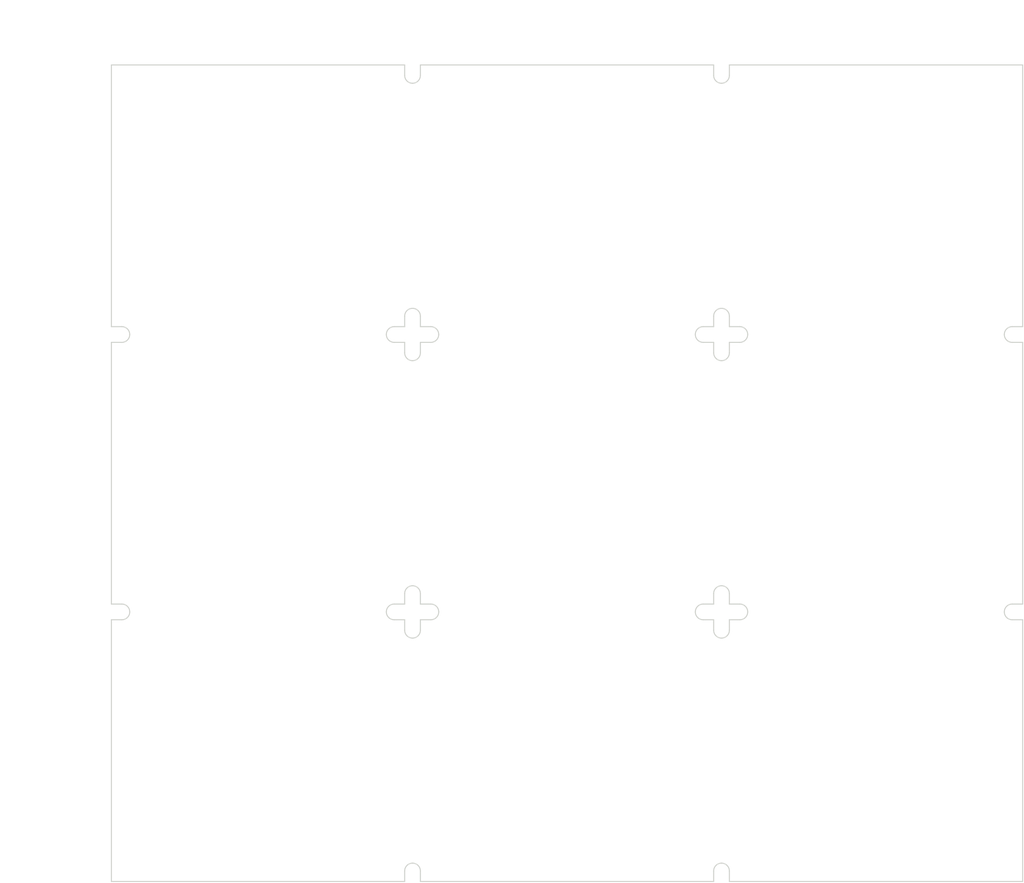
<source format=kicad_pcb>
(kicad_pcb (version 4) (host pcbnew 4.0.7+dfsg1-1)

  (general
    (links 0)
    (no_connects 0)
    (area 39.150001 44.3 137.050001 128.050001)
    (thickness 1.6)
    (drawings 110)
    (tracks 0)
    (zones 0)
    (modules 0)
    (nets 1)
  )

  (page A4)
  (layers
    (0 F.Cu signal)
    (31 B.Cu signal)
    (32 B.Adhes user)
    (33 F.Adhes user)
    (34 B.Paste user)
    (35 F.Paste user)
    (36 B.SilkS user)
    (37 F.SilkS user)
    (38 B.Mask user)
    (39 F.Mask user)
    (40 Dwgs.User user)
    (41 Cmts.User user)
    (42 Eco1.User user)
    (43 Eco2.User user)
    (44 Edge.Cuts user)
    (45 Margin user)
    (46 B.CrtYd user)
    (47 F.CrtYd user)
    (48 B.Fab user)
    (49 F.Fab user)
  )

  (setup
    (last_trace_width 0.25)
    (trace_clearance 0.2)
    (zone_clearance 0.3)
    (zone_45_only no)
    (trace_min 0.2)
    (segment_width 0.2)
    (edge_width 0.1)
    (via_size 0.6)
    (via_drill 0.4)
    (via_min_size 0.4)
    (via_min_drill 0.3)
    (uvia_size 0.3)
    (uvia_drill 0.1)
    (uvias_allowed no)
    (uvia_min_size 0.2)
    (uvia_min_drill 0.1)
    (pcb_text_width 0.3)
    (pcb_text_size 1.5 1.5)
    (mod_edge_width 0.15)
    (mod_text_size 1 1)
    (mod_text_width 0.15)
    (pad_size 4.5 1.9)
    (pad_drill 0.9)
    (pad_to_mask_clearance 0)
    (aux_axis_origin 0 0)
    (visible_elements FFFFFF7F)
    (pcbplotparams
      (layerselection 0x010f0_80000001)
      (usegerberextensions false)
      (excludeedgelayer true)
      (linewidth 0.100000)
      (plotframeref false)
      (viasonmask false)
      (mode 1)
      (useauxorigin false)
      (hpglpennumber 1)
      (hpglpenspeed 20)
      (hpglpendiameter 15)
      (hpglpenoverlay 2)
      (psnegative false)
      (psa4output false)
      (plotreference true)
      (plotvalue true)
      (plotinvisibletext false)
      (padsonsilk false)
      (subtractmaskfromsilk false)
      (outputformat 1)
      (mirror false)
      (drillshape 0)
      (scaleselection 1)
      (outputdirectory production))
  )

  (net 0 "")

  (net_class Default "This is the default net class."
    (clearance 0.2)
    (trace_width 0.25)
    (via_dia 0.6)
    (via_drill 0.4)
    (uvia_dia 0.3)
    (uvia_drill 0.1)
  )

  (dimension 87 (width 0.3) (layer Cmts.User)
    (gr_text "87.000 mm" (at 93.5 45.65) (layer Cmts.User)
      (effects (font (size 1.5 1.5) (thickness 0.3)))
    )
    (feature1 (pts (xy 137 50) (xy 137 44.3)))
    (feature2 (pts (xy 50 50) (xy 50 44.3)))
    (crossbar (pts (xy 50 47) (xy 137 47)))
    (arrow1a (pts (xy 137 47) (xy 135.873496 47.586421)))
    (arrow1b (pts (xy 137 47) (xy 135.873496 46.413579)))
    (arrow2a (pts (xy 50 47) (xy 51.126504 47.586421)))
    (arrow2b (pts (xy 50 47) (xy 51.126504 46.413579)))
  )
  (dimension 78 (width 0.3) (layer Cmts.User)
    (gr_text "78.000 mm" (at 45.65 89 90) (layer Cmts.User)
      (effects (font (size 1.5 1.5) (thickness 0.3)))
    )
    (feature1 (pts (xy 50 50) (xy 44.3 50)))
    (feature2 (pts (xy 50 128) (xy 44.3 128)))
    (crossbar (pts (xy 47 128) (xy 47 50)))
    (arrow1a (pts (xy 47 50) (xy 47.586421 51.126504)))
    (arrow1b (pts (xy 47 50) (xy 46.413579 51.126504)))
    (arrow2a (pts (xy 47 128) (xy 47.586421 126.873496)))
    (arrow2b (pts (xy 47 128) (xy 46.413579 126.873496)))
  )
  (gr_line (start 137 128) (end 109 128) (angle 90) (layer Edge.Cuts) (width 0.1))
  (gr_line (start 109 50) (end 137 50) (angle 90) (layer Edge.Cuts) (width 0.1))
  (gr_arc (start 108.25 51) (end 108.25 51.75) (angle 90) (layer Edge.Cuts) (width 0.1) (tstamp 5A008F84))
  (gr_arc (start 108.25 51) (end 109 51) (angle 90) (layer Edge.Cuts) (width 0.1) (tstamp 5A008F83))
  (gr_arc (start 108.25 127) (end 108.25 126.25) (angle 90) (layer Edge.Cuts) (width 0.1) (tstamp 5A008F82))
  (gr_arc (start 108.25 127) (end 107.5 127) (angle 90) (layer Edge.Cuts) (width 0.1) (tstamp 5A008F81))
  (gr_arc (start 108.25 74) (end 108.25 73.25) (angle 90) (layer Edge.Cuts) (width 0.1) (tstamp 5A008F80))
  (gr_arc (start 108.25 74) (end 107.5 74) (angle 90) (layer Edge.Cuts) (width 0.1) (tstamp 5A008F7F))
  (gr_arc (start 106.5 75.75) (end 105.75 75.75) (angle 90) (layer Edge.Cuts) (width 0.1) (tstamp 5A008F7E))
  (gr_arc (start 106.5 75.75) (end 106.5 76.5) (angle 90) (layer Edge.Cuts) (width 0.1) (tstamp 5A008F7D))
  (gr_arc (start 110 75.75) (end 110 75) (angle 90) (layer Edge.Cuts) (width 0.1) (tstamp 5A008F7C))
  (gr_arc (start 110 75.75) (end 110.75 75.75) (angle 90) (layer Edge.Cuts) (width 0.1) (tstamp 5A008F7B))
  (gr_arc (start 108.25 77.5) (end 108.25 78.25) (angle 90) (layer Edge.Cuts) (width 0.1) (tstamp 5A008F7A))
  (gr_arc (start 108.25 77.5) (end 109 77.5) (angle 90) (layer Edge.Cuts) (width 0.1) (tstamp 5A008F79))
  (gr_arc (start 108.25 100.5) (end 108.25 99.75) (angle 90) (layer Edge.Cuts) (width 0.1) (tstamp 5A008F78))
  (gr_arc (start 108.25 100.5) (end 107.5 100.5) (angle 90) (layer Edge.Cuts) (width 0.1) (tstamp 5A008F77))
  (gr_arc (start 106.5 102.25) (end 106.5 103) (angle 90) (layer Edge.Cuts) (width 0.1) (tstamp 5A008F76))
  (gr_arc (start 106.5 102.25) (end 105.75 102.25) (angle 90) (layer Edge.Cuts) (width 0.1) (tstamp 5A008F75))
  (gr_arc (start 108.25 104) (end 109 104) (angle 90) (layer Edge.Cuts) (width 0.1) (tstamp 5A008F74))
  (gr_arc (start 108.25 104) (end 108.25 104.75) (angle 90) (layer Edge.Cuts) (width 0.1) (tstamp 5A008F73))
  (gr_arc (start 110 102.25) (end 110 101.5) (angle 90) (layer Edge.Cuts) (width 0.1) (tstamp 5A008F72))
  (gr_arc (start 110 102.25) (end 110.75 102.25) (angle 90) (layer Edge.Cuts) (width 0.1) (tstamp 5A008F71))
  (gr_line (start 106.5 75) (end 107.5 75) (angle 90) (layer Edge.Cuts) (width 0.1) (tstamp 5A008F70))
  (gr_line (start 107.5 75) (end 107.5 74) (angle 90) (layer Edge.Cuts) (width 0.1) (tstamp 5A008F6F))
  (gr_line (start 109 74) (end 109 75) (angle 90) (layer Edge.Cuts) (width 0.1) (tstamp 5A008F6E))
  (gr_line (start 109 75) (end 110 75) (angle 90) (layer Edge.Cuts) (width 0.1) (tstamp 5A008F6D))
  (gr_line (start 110 76.5) (end 109 76.5) (angle 90) (layer Edge.Cuts) (width 0.1) (tstamp 5A008F6C))
  (gr_line (start 109 76.5) (end 109 77.5) (angle 90) (layer Edge.Cuts) (width 0.1) (tstamp 5A008F6B))
  (gr_line (start 107.5 77.5) (end 107.5 76.5) (angle 90) (layer Edge.Cuts) (width 0.1) (tstamp 5A008F6A))
  (gr_line (start 107.5 76.5) (end 106.5 76.5) (angle 90) (layer Edge.Cuts) (width 0.1) (tstamp 5A008F69))
  (gr_line (start 107.5 50) (end 107.5 51) (angle 90) (layer Edge.Cuts) (width 0.1) (tstamp 5A008F68))
  (gr_line (start 109 51) (end 109 50) (angle 90) (layer Edge.Cuts) (width 0.1) (tstamp 5A008F67))
  (gr_line (start 107.5 128) (end 107.5 127) (angle 90) (layer Edge.Cuts) (width 0.1) (tstamp 5A008F66))
  (gr_line (start 109 127) (end 109 128) (angle 90) (layer Edge.Cuts) (width 0.1) (tstamp 5A008F65))
  (gr_line (start 107.5 104) (end 107.5 103) (angle 90) (layer Edge.Cuts) (width 0.1) (tstamp 5A008F64))
  (gr_line (start 107.5 103) (end 106.5 103) (angle 90) (layer Edge.Cuts) (width 0.1) (tstamp 5A008F63))
  (gr_line (start 106.5 101.5) (end 107.5 101.5) (angle 90) (layer Edge.Cuts) (width 0.1) (tstamp 5A008F62))
  (gr_line (start 107.5 101.5) (end 107.5 100.5) (angle 90) (layer Edge.Cuts) (width 0.1) (tstamp 5A008F61))
  (gr_line (start 109 100.5) (end 109 101.5) (angle 90) (layer Edge.Cuts) (width 0.1) (tstamp 5A008F60))
  (gr_line (start 109 101.5) (end 110 101.5) (angle 90) (layer Edge.Cuts) (width 0.1) (tstamp 5A008F5F))
  (gr_line (start 110 103) (end 109 103) (angle 90) (layer Edge.Cuts) (width 0.1) (tstamp 5A008F5E))
  (gr_line (start 109 103) (end 109 104) (angle 90) (layer Edge.Cuts) (width 0.1) (tstamp 5A008F5D))
  (gr_line (start 79.5 103) (end 79.5 104) (angle 90) (layer Edge.Cuts) (width 0.1))
  (gr_line (start 80.5 103) (end 79.5 103) (angle 90) (layer Edge.Cuts) (width 0.1))
  (gr_line (start 79.5 101.5) (end 80.5 101.5) (angle 90) (layer Edge.Cuts) (width 0.1))
  (gr_line (start 79.5 100.5) (end 79.5 101.5) (angle 90) (layer Edge.Cuts) (width 0.1))
  (gr_line (start 78 101.5) (end 78 100.5) (angle 90) (layer Edge.Cuts) (width 0.1))
  (gr_line (start 77 101.5) (end 78 101.5) (angle 90) (layer Edge.Cuts) (width 0.1))
  (gr_line (start 78 103) (end 77 103) (angle 90) (layer Edge.Cuts) (width 0.1))
  (gr_line (start 78 104) (end 78 103) (angle 90) (layer Edge.Cuts) (width 0.1))
  (gr_line (start 137 76.5) (end 136 76.5) (angle 90) (layer Edge.Cuts) (width 0.1))
  (gr_line (start 136 75) (end 137 75) (angle 90) (layer Edge.Cuts) (width 0.1))
  (gr_line (start 137 103) (end 136 103) (angle 90) (layer Edge.Cuts) (width 0.1))
  (gr_line (start 136 101.5) (end 137 101.5) (angle 90) (layer Edge.Cuts) (width 0.1))
  (gr_line (start 79.5 127) (end 79.5 128) (angle 90) (layer Edge.Cuts) (width 0.1))
  (gr_line (start 78 128) (end 78 127) (angle 90) (layer Edge.Cuts) (width 0.1))
  (gr_line (start 51 103) (end 50 103) (angle 90) (layer Edge.Cuts) (width 0.1))
  (gr_line (start 50 101.5) (end 51 101.5) (angle 90) (layer Edge.Cuts) (width 0.1))
  (gr_line (start 51 76.5) (end 50 76.5) (angle 90) (layer Edge.Cuts) (width 0.1))
  (gr_line (start 50 75) (end 51 75) (angle 90) (layer Edge.Cuts) (width 0.1))
  (gr_line (start 79.5 51) (end 79.5 50) (angle 90) (layer Edge.Cuts) (width 0.1))
  (gr_line (start 78 50) (end 78 51) (angle 90) (layer Edge.Cuts) (width 0.1))
  (gr_line (start 78 76.5) (end 77 76.5) (angle 90) (layer Edge.Cuts) (width 0.1))
  (gr_line (start 78 77.5) (end 78 76.5) (angle 90) (layer Edge.Cuts) (width 0.1))
  (gr_line (start 79.5 76.5) (end 79.5 77.5) (angle 90) (layer Edge.Cuts) (width 0.1))
  (gr_line (start 80.5 76.5) (end 79.5 76.5) (angle 90) (layer Edge.Cuts) (width 0.1))
  (gr_line (start 79.5 75) (end 80.5 75) (angle 90) (layer Edge.Cuts) (width 0.1))
  (gr_line (start 79.5 74) (end 79.5 75) (angle 90) (layer Edge.Cuts) (width 0.1))
  (gr_line (start 78 75) (end 78 74) (angle 90) (layer Edge.Cuts) (width 0.1))
  (gr_line (start 77 75) (end 78 75) (angle 90) (layer Edge.Cuts) (width 0.1))
  (gr_arc (start 80.5 102.25) (end 81.25 102.25) (angle 90) (layer Edge.Cuts) (width 0.1))
  (gr_arc (start 80.5 102.25) (end 80.5 101.5) (angle 90) (layer Edge.Cuts) (width 0.1))
  (gr_arc (start 78.75 104) (end 78.75 104.75) (angle 90) (layer Edge.Cuts) (width 0.1))
  (gr_arc (start 78.75 104) (end 79.5 104) (angle 90) (layer Edge.Cuts) (width 0.1))
  (gr_arc (start 77 102.25) (end 76.25 102.25) (angle 90) (layer Edge.Cuts) (width 0.1))
  (gr_arc (start 77 102.25) (end 77 103) (angle 90) (layer Edge.Cuts) (width 0.1))
  (gr_arc (start 78.75 100.5) (end 78 100.5) (angle 90) (layer Edge.Cuts) (width 0.1))
  (gr_arc (start 78.75 100.5) (end 78.75 99.75) (angle 90) (layer Edge.Cuts) (width 0.1))
  (gr_arc (start 78.75 77.5) (end 79.5 77.5) (angle 90) (layer Edge.Cuts) (width 0.1))
  (gr_arc (start 78.75 77.5) (end 78.75 78.25) (angle 90) (layer Edge.Cuts) (width 0.1))
  (gr_arc (start 80.5 75.75) (end 81.25 75.75) (angle 90) (layer Edge.Cuts) (width 0.1))
  (gr_arc (start 80.5 75.75) (end 80.5 75) (angle 90) (layer Edge.Cuts) (width 0.1))
  (gr_arc (start 77 75.75) (end 77 76.5) (angle 90) (layer Edge.Cuts) (width 0.1))
  (gr_arc (start 77 75.75) (end 76.25 75.75) (angle 90) (layer Edge.Cuts) (width 0.1))
  (gr_arc (start 78.75 74) (end 78 74) (angle 90) (layer Edge.Cuts) (width 0.1))
  (gr_arc (start 78.75 74) (end 78.75 73.25) (angle 90) (layer Edge.Cuts) (width 0.1))
  (gr_arc (start 78.75 127) (end 78 127) (angle 90) (layer Edge.Cuts) (width 0.1))
  (gr_arc (start 78.75 127) (end 78.75 126.25) (angle 90) (layer Edge.Cuts) (width 0.1))
  (gr_arc (start 78.75 51) (end 79.5 51) (angle 90) (layer Edge.Cuts) (width 0.1))
  (gr_arc (start 78.75 51) (end 78.75 51.75) (angle 90) (layer Edge.Cuts) (width 0.1))
  (gr_arc (start 136 75.75) (end 136 76.5) (angle 90) (layer Edge.Cuts) (width 0.1))
  (gr_arc (start 136 75.75) (end 135.25 75.75) (angle 90) (layer Edge.Cuts) (width 0.1))
  (gr_arc (start 136 102.25) (end 136 103) (angle 90) (layer Edge.Cuts) (width 0.1))
  (gr_arc (start 136 102.25) (end 135.25 102.25) (angle 90) (layer Edge.Cuts) (width 0.1))
  (gr_arc (start 51 102.25) (end 51.75 102.25) (angle 90) (layer Edge.Cuts) (width 0.1))
  (gr_arc (start 51 102.25) (end 51 101.5) (angle 90) (layer Edge.Cuts) (width 0.1))
  (gr_arc (start 51 75.75) (end 51 75) (angle 90) (layer Edge.Cuts) (width 0.1))
  (gr_arc (start 51 75.75) (end 51.75 75.75) (angle 90) (layer Edge.Cuts) (width 0.1))
  (gr_line (start 50 128) (end 50 103) (angle 90) (layer Edge.Cuts) (width 0.1))
  (gr_line (start 78 128) (end 50 128) (angle 90) (layer Edge.Cuts) (width 0.1))
  (gr_line (start 50 101.5) (end 50 76.5) (angle 90) (layer Edge.Cuts) (width 0.1))
  (gr_line (start 50 75) (end 50 50) (angle 90) (layer Edge.Cuts) (width 0.1))
  (gr_line (start 50 50) (end 78 50) (angle 90) (layer Edge.Cuts) (width 0.1))
  (gr_line (start 137 75) (end 137 50) (angle 90) (layer Edge.Cuts) (width 0.1))
  (gr_line (start 107.5 50) (end 79.5 50) (angle 90) (layer Edge.Cuts) (width 0.1))
  (gr_line (start 137 103) (end 137 128) (angle 90) (layer Edge.Cuts) (width 0.1))
  (gr_line (start 107.5 128) (end 79.5 128) (angle 90) (layer Edge.Cuts) (width 0.1))
  (gr_line (start 137 101.5) (end 137 76.5) (angle 90) (layer Edge.Cuts) (width 0.1))

)

</source>
